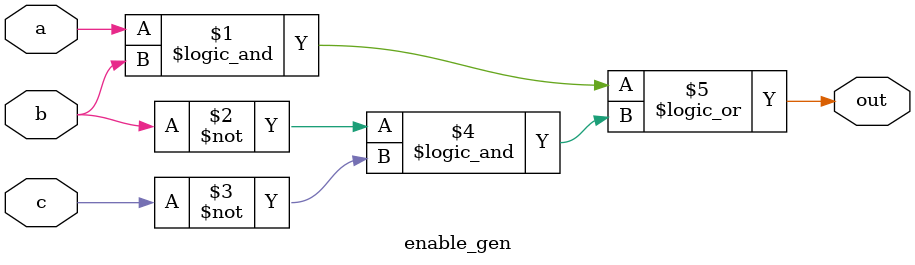
<source format=v>


module enable_gen (a,b,c,out);

	input a,b,c;
	output out;

	assign out = a && b || ~b && ~c ;

endmodule

</source>
